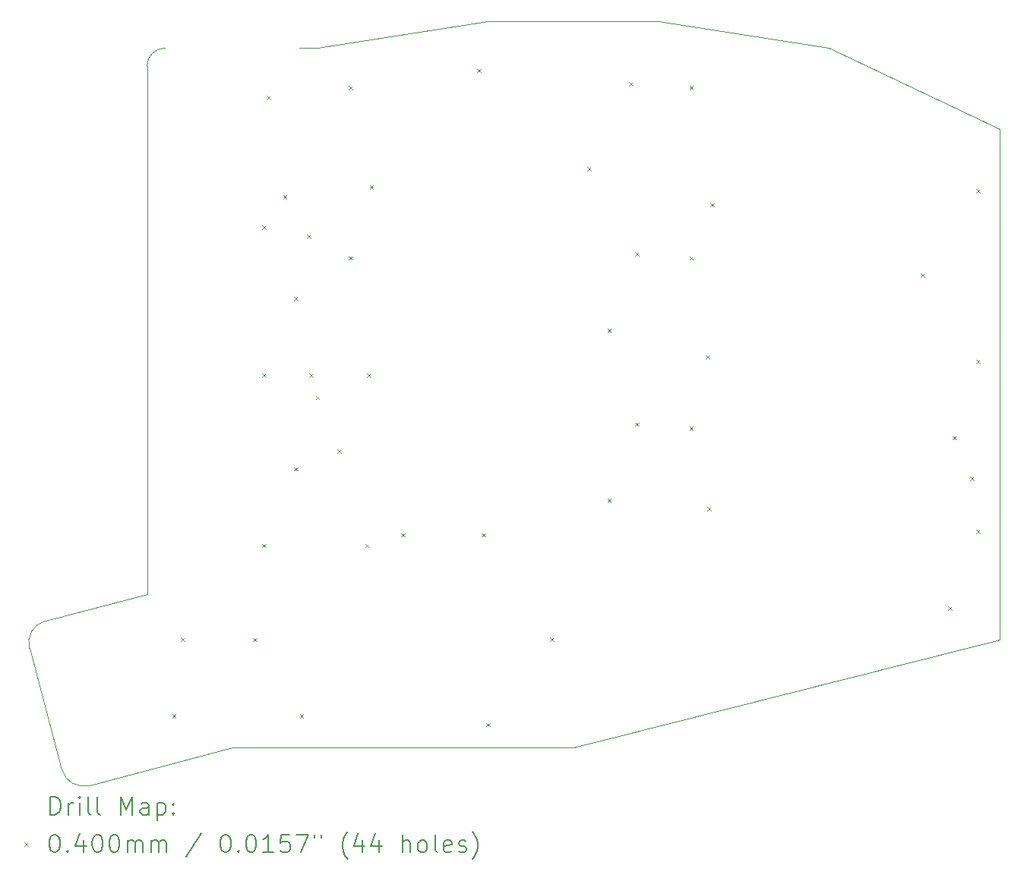
<source format=gbr>
%TF.GenerationSoftware,KiCad,Pcbnew,7.0.2-0*%
%TF.CreationDate,2023-05-24T14:40:14+08:00*%
%TF.ProjectId,Input,496e7075-742e-46b6-9963-61645f706362,1*%
%TF.SameCoordinates,PX717cbc0PY58b1140*%
%TF.FileFunction,Drillmap*%
%TF.FilePolarity,Positive*%
%FSLAX45Y45*%
G04 Gerber Fmt 4.5, Leading zero omitted, Abs format (unit mm)*
G04 Created by KiCad (PCBNEW 7.0.2-0) date 2023-05-24 14:40:14*
%MOMM*%
%LPD*%
G01*
G04 APERTURE LIST*
%ADD10C,0.100000*%
%ADD11C,0.200000*%
%ADD12C,0.040000*%
G04 APERTURE END LIST*
D10*
X2850000Y3350000D02*
X950000Y3050000D01*
X6650000Y3050000D02*
X4750000Y3350000D01*
X-949990Y2848001D02*
X-950000Y-3040000D01*
X950000Y3050000D02*
X750000Y3050000D01*
X3800000Y-4750000D02*
X8550000Y-3550000D01*
X-2262303Y-3647930D02*
X-1899956Y-5000226D01*
X8Y-4749951D02*
X3800000Y-4750000D01*
X8Y-4749951D02*
X-1593770Y-5177003D01*
X-750000Y3050000D02*
G75*
G03*
X-949990Y2848001I0J-200000D01*
G01*
X8550000Y2150000D02*
X6650000Y3050000D01*
X-2085526Y-3341743D02*
G75*
G03*
X-2262303Y-3647930I64705J-241482D01*
G01*
X4750000Y3350000D02*
X2850000Y3350000D01*
X8550000Y-3550000D02*
X8550000Y2150000D01*
X-950000Y-3040000D02*
X-2085526Y-3341744D01*
X-1899951Y-5000225D02*
G75*
G03*
X-1593770Y-5177003I241482J64705D01*
G01*
D11*
D12*
X-670000Y-4384060D02*
X-630000Y-4424060D01*
X-630000Y-4384060D02*
X-670000Y-4424060D01*
X-576313Y-3526000D02*
X-536313Y-3566000D01*
X-536313Y-3526000D02*
X-576313Y-3566000D01*
X230000Y-3530000D02*
X270000Y-3570000D01*
X270000Y-3530000D02*
X230000Y-3570000D01*
X330000Y1070000D02*
X370000Y1030000D01*
X370000Y1070000D02*
X330000Y1030000D01*
X330000Y-580000D02*
X370000Y-620000D01*
X370000Y-580000D02*
X330000Y-620000D01*
X330000Y-2480000D02*
X370000Y-2520000D01*
X370000Y-2480000D02*
X330000Y-2520000D01*
X381230Y2521230D02*
X421230Y2481230D01*
X421230Y2521230D02*
X381230Y2481230D01*
X564200Y1412000D02*
X604200Y1372000D01*
X604200Y1412000D02*
X564200Y1372000D01*
X688500Y274000D02*
X728500Y234000D01*
X728500Y274000D02*
X688500Y234000D01*
X688500Y-1626000D02*
X728500Y-1666000D01*
X728500Y-1626000D02*
X688500Y-1666000D01*
X752500Y-4380000D02*
X792500Y-4420000D01*
X792500Y-4380000D02*
X752500Y-4420000D01*
X830000Y970000D02*
X870000Y930000D01*
X870000Y970000D02*
X830000Y930000D01*
X857500Y-580000D02*
X897500Y-620000D01*
X897500Y-580000D02*
X857500Y-620000D01*
X930000Y-830000D02*
X970000Y-870000D01*
X970000Y-830000D02*
X930000Y-870000D01*
X1171500Y-1426000D02*
X1211500Y-1466000D01*
X1211500Y-1426000D02*
X1171500Y-1466000D01*
X1295800Y2628000D02*
X1335800Y2588000D01*
X1335800Y2628000D02*
X1295800Y2588000D01*
X1295800Y728000D02*
X1335800Y688000D01*
X1335800Y728000D02*
X1295800Y688000D01*
X1480000Y-2480000D02*
X1520000Y-2520000D01*
X1520000Y-2480000D02*
X1480000Y-2520000D01*
X1502500Y-580000D02*
X1542500Y-620000D01*
X1542500Y-580000D02*
X1502500Y-620000D01*
X1530000Y1520000D02*
X1570000Y1480000D01*
X1570000Y1520000D02*
X1530000Y1480000D01*
X1880000Y-2362500D02*
X1920000Y-2402500D01*
X1920000Y-2362500D02*
X1880000Y-2402500D01*
X2730000Y2820000D02*
X2770000Y2780000D01*
X2770000Y2820000D02*
X2730000Y2780000D01*
X2780000Y-2362500D02*
X2820000Y-2402500D01*
X2820000Y-2362500D02*
X2780000Y-2402500D01*
X2830000Y-4480000D02*
X2870000Y-4520000D01*
X2870000Y-4480000D02*
X2830000Y-4520000D01*
X3538500Y-3526000D02*
X3578500Y-3566000D01*
X3578500Y-3526000D02*
X3538500Y-3566000D01*
X3957500Y1720000D02*
X3997500Y1680000D01*
X3997500Y1720000D02*
X3957500Y1680000D01*
X4180000Y-80000D02*
X4220000Y-120000D01*
X4220000Y-80000D02*
X4180000Y-120000D01*
X4180000Y-1980000D02*
X4220000Y-2020000D01*
X4220000Y-1980000D02*
X4180000Y-2020000D01*
X4420500Y2670000D02*
X4460500Y2630000D01*
X4460500Y2670000D02*
X4420500Y2630000D01*
X4488500Y774000D02*
X4528500Y734000D01*
X4528500Y774000D02*
X4488500Y734000D01*
X4488500Y-1126000D02*
X4528500Y-1166000D01*
X4528500Y-1126000D02*
X4488500Y-1166000D01*
X5095800Y2628000D02*
X5135800Y2588000D01*
X5135800Y2628000D02*
X5095800Y2588000D01*
X5095800Y728000D02*
X5135800Y688000D01*
X5135800Y728000D02*
X5095800Y688000D01*
X5095800Y-1172000D02*
X5135800Y-1212000D01*
X5135800Y-1172000D02*
X5095800Y-1212000D01*
X5280000Y-380000D02*
X5320000Y-420000D01*
X5320000Y-380000D02*
X5280000Y-420000D01*
X5291250Y-2068750D02*
X5331250Y-2108750D01*
X5331250Y-2068750D02*
X5291250Y-2108750D01*
X5330000Y1320000D02*
X5370000Y1280000D01*
X5370000Y1320000D02*
X5330000Y1280000D01*
X7675000Y537500D02*
X7715000Y497500D01*
X7715000Y537500D02*
X7675000Y497500D01*
X7980000Y-3180000D02*
X8020000Y-3220000D01*
X8020000Y-3180000D02*
X7980000Y-3220000D01*
X8030000Y-1280000D02*
X8070000Y-1320000D01*
X8070000Y-1280000D02*
X8030000Y-1320000D01*
X8220500Y-1730000D02*
X8260500Y-1770000D01*
X8260500Y-1730000D02*
X8220500Y-1770000D01*
X8288500Y1474000D02*
X8328500Y1434000D01*
X8328500Y1474000D02*
X8288500Y1434000D01*
X8288500Y-426000D02*
X8328500Y-466000D01*
X8328500Y-426000D02*
X8288500Y-466000D01*
X8288500Y-2326000D02*
X8328500Y-2366000D01*
X8328500Y-2326000D02*
X8288500Y-2366000D01*
D11*
X-2028202Y-5503044D02*
X-2028202Y-5303044D01*
X-2028202Y-5303044D02*
X-1980583Y-5303044D01*
X-1980583Y-5303044D02*
X-1952012Y-5312568D01*
X-1952012Y-5312568D02*
X-1932964Y-5331615D01*
X-1932964Y-5331615D02*
X-1923441Y-5350663D01*
X-1923441Y-5350663D02*
X-1913917Y-5388758D01*
X-1913917Y-5388758D02*
X-1913917Y-5417330D01*
X-1913917Y-5417330D02*
X-1923441Y-5455425D01*
X-1923441Y-5455425D02*
X-1932964Y-5474473D01*
X-1932964Y-5474473D02*
X-1952012Y-5493520D01*
X-1952012Y-5493520D02*
X-1980583Y-5503044D01*
X-1980583Y-5503044D02*
X-2028202Y-5503044D01*
X-1828202Y-5503044D02*
X-1828202Y-5369711D01*
X-1828202Y-5407806D02*
X-1818679Y-5388758D01*
X-1818679Y-5388758D02*
X-1809155Y-5379234D01*
X-1809155Y-5379234D02*
X-1790107Y-5369711D01*
X-1790107Y-5369711D02*
X-1771060Y-5369711D01*
X-1704393Y-5503044D02*
X-1704393Y-5369711D01*
X-1704393Y-5303044D02*
X-1713917Y-5312568D01*
X-1713917Y-5312568D02*
X-1704393Y-5322092D01*
X-1704393Y-5322092D02*
X-1694869Y-5312568D01*
X-1694869Y-5312568D02*
X-1704393Y-5303044D01*
X-1704393Y-5303044D02*
X-1704393Y-5322092D01*
X-1580583Y-5503044D02*
X-1599631Y-5493520D01*
X-1599631Y-5493520D02*
X-1609155Y-5474473D01*
X-1609155Y-5474473D02*
X-1609155Y-5303044D01*
X-1475822Y-5503044D02*
X-1494869Y-5493520D01*
X-1494869Y-5493520D02*
X-1504393Y-5474473D01*
X-1504393Y-5474473D02*
X-1504393Y-5303044D01*
X-1247250Y-5503044D02*
X-1247250Y-5303044D01*
X-1247250Y-5303044D02*
X-1180583Y-5445901D01*
X-1180583Y-5445901D02*
X-1113917Y-5303044D01*
X-1113917Y-5303044D02*
X-1113917Y-5503044D01*
X-932964Y-5503044D02*
X-932964Y-5398282D01*
X-932964Y-5398282D02*
X-942488Y-5379234D01*
X-942488Y-5379234D02*
X-961536Y-5369711D01*
X-961536Y-5369711D02*
X-999631Y-5369711D01*
X-999631Y-5369711D02*
X-1018679Y-5379234D01*
X-932964Y-5493520D02*
X-952012Y-5503044D01*
X-952012Y-5503044D02*
X-999631Y-5503044D01*
X-999631Y-5503044D02*
X-1018679Y-5493520D01*
X-1018679Y-5493520D02*
X-1028202Y-5474473D01*
X-1028202Y-5474473D02*
X-1028202Y-5455425D01*
X-1028202Y-5455425D02*
X-1018679Y-5436377D01*
X-1018679Y-5436377D02*
X-999631Y-5426854D01*
X-999631Y-5426854D02*
X-952012Y-5426854D01*
X-952012Y-5426854D02*
X-932964Y-5417330D01*
X-837726Y-5369711D02*
X-837726Y-5569711D01*
X-837726Y-5379234D02*
X-818679Y-5369711D01*
X-818679Y-5369711D02*
X-780583Y-5369711D01*
X-780583Y-5369711D02*
X-761536Y-5379234D01*
X-761536Y-5379234D02*
X-752012Y-5388758D01*
X-752012Y-5388758D02*
X-742488Y-5407806D01*
X-742488Y-5407806D02*
X-742488Y-5464949D01*
X-742488Y-5464949D02*
X-752012Y-5483996D01*
X-752012Y-5483996D02*
X-761536Y-5493520D01*
X-761536Y-5493520D02*
X-780583Y-5503044D01*
X-780583Y-5503044D02*
X-818679Y-5503044D01*
X-818679Y-5503044D02*
X-837726Y-5493520D01*
X-656774Y-5483996D02*
X-647250Y-5493520D01*
X-647250Y-5493520D02*
X-656774Y-5503044D01*
X-656774Y-5503044D02*
X-666298Y-5493520D01*
X-666298Y-5493520D02*
X-656774Y-5483996D01*
X-656774Y-5483996D02*
X-656774Y-5503044D01*
X-656774Y-5379234D02*
X-647250Y-5388758D01*
X-647250Y-5388758D02*
X-656774Y-5398282D01*
X-656774Y-5398282D02*
X-666298Y-5388758D01*
X-666298Y-5388758D02*
X-656774Y-5379234D01*
X-656774Y-5379234D02*
X-656774Y-5398282D01*
D12*
X-2315822Y-5810520D02*
X-2275822Y-5850520D01*
X-2275822Y-5810520D02*
X-2315822Y-5850520D01*
D11*
X-1990107Y-5723044D02*
X-1971060Y-5723044D01*
X-1971060Y-5723044D02*
X-1952012Y-5732568D01*
X-1952012Y-5732568D02*
X-1942488Y-5742092D01*
X-1942488Y-5742092D02*
X-1932964Y-5761139D01*
X-1932964Y-5761139D02*
X-1923441Y-5799234D01*
X-1923441Y-5799234D02*
X-1923441Y-5846853D01*
X-1923441Y-5846853D02*
X-1932964Y-5884949D01*
X-1932964Y-5884949D02*
X-1942488Y-5903996D01*
X-1942488Y-5903996D02*
X-1952012Y-5913520D01*
X-1952012Y-5913520D02*
X-1971060Y-5923044D01*
X-1971060Y-5923044D02*
X-1990107Y-5923044D01*
X-1990107Y-5923044D02*
X-2009155Y-5913520D01*
X-2009155Y-5913520D02*
X-2018679Y-5903996D01*
X-2018679Y-5903996D02*
X-2028202Y-5884949D01*
X-2028202Y-5884949D02*
X-2037726Y-5846853D01*
X-2037726Y-5846853D02*
X-2037726Y-5799234D01*
X-2037726Y-5799234D02*
X-2028202Y-5761139D01*
X-2028202Y-5761139D02*
X-2018679Y-5742092D01*
X-2018679Y-5742092D02*
X-2009155Y-5732568D01*
X-2009155Y-5732568D02*
X-1990107Y-5723044D01*
X-1837726Y-5903996D02*
X-1828202Y-5913520D01*
X-1828202Y-5913520D02*
X-1837726Y-5923044D01*
X-1837726Y-5923044D02*
X-1847250Y-5913520D01*
X-1847250Y-5913520D02*
X-1837726Y-5903996D01*
X-1837726Y-5903996D02*
X-1837726Y-5923044D01*
X-1656774Y-5789711D02*
X-1656774Y-5923044D01*
X-1704393Y-5713520D02*
X-1752012Y-5856377D01*
X-1752012Y-5856377D02*
X-1628202Y-5856377D01*
X-1513917Y-5723044D02*
X-1494869Y-5723044D01*
X-1494869Y-5723044D02*
X-1475821Y-5732568D01*
X-1475821Y-5732568D02*
X-1466298Y-5742092D01*
X-1466298Y-5742092D02*
X-1456774Y-5761139D01*
X-1456774Y-5761139D02*
X-1447250Y-5799234D01*
X-1447250Y-5799234D02*
X-1447250Y-5846853D01*
X-1447250Y-5846853D02*
X-1456774Y-5884949D01*
X-1456774Y-5884949D02*
X-1466298Y-5903996D01*
X-1466298Y-5903996D02*
X-1475821Y-5913520D01*
X-1475821Y-5913520D02*
X-1494869Y-5923044D01*
X-1494869Y-5923044D02*
X-1513917Y-5923044D01*
X-1513917Y-5923044D02*
X-1532964Y-5913520D01*
X-1532964Y-5913520D02*
X-1542488Y-5903996D01*
X-1542488Y-5903996D02*
X-1552012Y-5884949D01*
X-1552012Y-5884949D02*
X-1561536Y-5846853D01*
X-1561536Y-5846853D02*
X-1561536Y-5799234D01*
X-1561536Y-5799234D02*
X-1552012Y-5761139D01*
X-1552012Y-5761139D02*
X-1542488Y-5742092D01*
X-1542488Y-5742092D02*
X-1532964Y-5732568D01*
X-1532964Y-5732568D02*
X-1513917Y-5723044D01*
X-1323441Y-5723044D02*
X-1304393Y-5723044D01*
X-1304393Y-5723044D02*
X-1285345Y-5732568D01*
X-1285345Y-5732568D02*
X-1275822Y-5742092D01*
X-1275822Y-5742092D02*
X-1266298Y-5761139D01*
X-1266298Y-5761139D02*
X-1256774Y-5799234D01*
X-1256774Y-5799234D02*
X-1256774Y-5846853D01*
X-1256774Y-5846853D02*
X-1266298Y-5884949D01*
X-1266298Y-5884949D02*
X-1275822Y-5903996D01*
X-1275822Y-5903996D02*
X-1285345Y-5913520D01*
X-1285345Y-5913520D02*
X-1304393Y-5923044D01*
X-1304393Y-5923044D02*
X-1323441Y-5923044D01*
X-1323441Y-5923044D02*
X-1342488Y-5913520D01*
X-1342488Y-5913520D02*
X-1352012Y-5903996D01*
X-1352012Y-5903996D02*
X-1361536Y-5884949D01*
X-1361536Y-5884949D02*
X-1371060Y-5846853D01*
X-1371060Y-5846853D02*
X-1371060Y-5799234D01*
X-1371060Y-5799234D02*
X-1361536Y-5761139D01*
X-1361536Y-5761139D02*
X-1352012Y-5742092D01*
X-1352012Y-5742092D02*
X-1342488Y-5732568D01*
X-1342488Y-5732568D02*
X-1323441Y-5723044D01*
X-1171060Y-5923044D02*
X-1171060Y-5789711D01*
X-1171060Y-5808758D02*
X-1161536Y-5799234D01*
X-1161536Y-5799234D02*
X-1142488Y-5789711D01*
X-1142488Y-5789711D02*
X-1113917Y-5789711D01*
X-1113917Y-5789711D02*
X-1094869Y-5799234D01*
X-1094869Y-5799234D02*
X-1085345Y-5818282D01*
X-1085345Y-5818282D02*
X-1085345Y-5923044D01*
X-1085345Y-5818282D02*
X-1075822Y-5799234D01*
X-1075822Y-5799234D02*
X-1056774Y-5789711D01*
X-1056774Y-5789711D02*
X-1028202Y-5789711D01*
X-1028202Y-5789711D02*
X-1009155Y-5799234D01*
X-1009155Y-5799234D02*
X-999631Y-5818282D01*
X-999631Y-5818282D02*
X-999631Y-5923044D01*
X-904393Y-5923044D02*
X-904393Y-5789711D01*
X-904393Y-5808758D02*
X-894869Y-5799234D01*
X-894869Y-5799234D02*
X-875821Y-5789711D01*
X-875821Y-5789711D02*
X-847250Y-5789711D01*
X-847250Y-5789711D02*
X-828202Y-5799234D01*
X-828202Y-5799234D02*
X-818679Y-5818282D01*
X-818679Y-5818282D02*
X-818679Y-5923044D01*
X-818679Y-5818282D02*
X-809155Y-5799234D01*
X-809155Y-5799234D02*
X-790107Y-5789711D01*
X-790107Y-5789711D02*
X-761536Y-5789711D01*
X-761536Y-5789711D02*
X-742488Y-5799234D01*
X-742488Y-5799234D02*
X-732964Y-5818282D01*
X-732964Y-5818282D02*
X-732964Y-5923044D01*
X-342488Y-5713520D02*
X-513917Y-5970663D01*
X-85345Y-5723044D02*
X-66298Y-5723044D01*
X-66298Y-5723044D02*
X-47250Y-5732568D01*
X-47250Y-5732568D02*
X-37726Y-5742092D01*
X-37726Y-5742092D02*
X-28202Y-5761139D01*
X-28202Y-5761139D02*
X-18679Y-5799234D01*
X-18679Y-5799234D02*
X-18679Y-5846853D01*
X-18679Y-5846853D02*
X-28202Y-5884949D01*
X-28202Y-5884949D02*
X-37726Y-5903996D01*
X-37726Y-5903996D02*
X-47250Y-5913520D01*
X-47250Y-5913520D02*
X-66298Y-5923044D01*
X-66298Y-5923044D02*
X-85345Y-5923044D01*
X-85345Y-5923044D02*
X-104393Y-5913520D01*
X-104393Y-5913520D02*
X-113917Y-5903996D01*
X-113917Y-5903996D02*
X-123440Y-5884949D01*
X-123440Y-5884949D02*
X-132964Y-5846853D01*
X-132964Y-5846853D02*
X-132964Y-5799234D01*
X-132964Y-5799234D02*
X-123440Y-5761139D01*
X-123440Y-5761139D02*
X-113917Y-5742092D01*
X-113917Y-5742092D02*
X-104393Y-5732568D01*
X-104393Y-5732568D02*
X-85345Y-5723044D01*
X67036Y-5903996D02*
X76560Y-5913520D01*
X76560Y-5913520D02*
X67036Y-5923044D01*
X67036Y-5923044D02*
X57512Y-5913520D01*
X57512Y-5913520D02*
X67036Y-5903996D01*
X67036Y-5903996D02*
X67036Y-5923044D01*
X200369Y-5723044D02*
X219417Y-5723044D01*
X219417Y-5723044D02*
X238464Y-5732568D01*
X238464Y-5732568D02*
X247988Y-5742092D01*
X247988Y-5742092D02*
X257512Y-5761139D01*
X257512Y-5761139D02*
X267036Y-5799234D01*
X267036Y-5799234D02*
X267036Y-5846853D01*
X267036Y-5846853D02*
X257512Y-5884949D01*
X257512Y-5884949D02*
X247988Y-5903996D01*
X247988Y-5903996D02*
X238464Y-5913520D01*
X238464Y-5913520D02*
X219417Y-5923044D01*
X219417Y-5923044D02*
X200369Y-5923044D01*
X200369Y-5923044D02*
X181321Y-5913520D01*
X181321Y-5913520D02*
X171798Y-5903996D01*
X171798Y-5903996D02*
X162274Y-5884949D01*
X162274Y-5884949D02*
X152750Y-5846853D01*
X152750Y-5846853D02*
X152750Y-5799234D01*
X152750Y-5799234D02*
X162274Y-5761139D01*
X162274Y-5761139D02*
X171798Y-5742092D01*
X171798Y-5742092D02*
X181321Y-5732568D01*
X181321Y-5732568D02*
X200369Y-5723044D01*
X457512Y-5923044D02*
X343226Y-5923044D01*
X400369Y-5923044D02*
X400369Y-5723044D01*
X400369Y-5723044D02*
X381321Y-5751615D01*
X381321Y-5751615D02*
X362274Y-5770663D01*
X362274Y-5770663D02*
X343226Y-5780187D01*
X638464Y-5723044D02*
X543226Y-5723044D01*
X543226Y-5723044D02*
X533703Y-5818282D01*
X533703Y-5818282D02*
X543226Y-5808758D01*
X543226Y-5808758D02*
X562274Y-5799234D01*
X562274Y-5799234D02*
X609893Y-5799234D01*
X609893Y-5799234D02*
X628941Y-5808758D01*
X628941Y-5808758D02*
X638464Y-5818282D01*
X638464Y-5818282D02*
X647988Y-5837330D01*
X647988Y-5837330D02*
X647988Y-5884949D01*
X647988Y-5884949D02*
X638464Y-5903996D01*
X638464Y-5903996D02*
X628941Y-5913520D01*
X628941Y-5913520D02*
X609893Y-5923044D01*
X609893Y-5923044D02*
X562274Y-5923044D01*
X562274Y-5923044D02*
X543226Y-5913520D01*
X543226Y-5913520D02*
X533703Y-5903996D01*
X714655Y-5723044D02*
X847988Y-5723044D01*
X847988Y-5723044D02*
X762274Y-5923044D01*
X914655Y-5723044D02*
X914655Y-5761139D01*
X990845Y-5723044D02*
X990845Y-5761139D01*
X1286084Y-5999234D02*
X1276560Y-5989711D01*
X1276560Y-5989711D02*
X1257512Y-5961139D01*
X1257512Y-5961139D02*
X1247988Y-5942092D01*
X1247988Y-5942092D02*
X1238465Y-5913520D01*
X1238465Y-5913520D02*
X1228941Y-5865901D01*
X1228941Y-5865901D02*
X1228941Y-5827806D01*
X1228941Y-5827806D02*
X1238465Y-5780187D01*
X1238465Y-5780187D02*
X1247988Y-5751615D01*
X1247988Y-5751615D02*
X1257512Y-5732568D01*
X1257512Y-5732568D02*
X1276560Y-5703996D01*
X1276560Y-5703996D02*
X1286084Y-5694472D01*
X1447988Y-5789711D02*
X1447988Y-5923044D01*
X1400369Y-5713520D02*
X1352750Y-5856377D01*
X1352750Y-5856377D02*
X1476560Y-5856377D01*
X1638464Y-5789711D02*
X1638464Y-5923044D01*
X1590845Y-5713520D02*
X1543226Y-5856377D01*
X1543226Y-5856377D02*
X1667036Y-5856377D01*
X1895607Y-5923044D02*
X1895607Y-5723044D01*
X1981322Y-5923044D02*
X1981322Y-5818282D01*
X1981322Y-5818282D02*
X1971798Y-5799234D01*
X1971798Y-5799234D02*
X1952750Y-5789711D01*
X1952750Y-5789711D02*
X1924179Y-5789711D01*
X1924179Y-5789711D02*
X1905131Y-5799234D01*
X1905131Y-5799234D02*
X1895607Y-5808758D01*
X2105131Y-5923044D02*
X2086084Y-5913520D01*
X2086084Y-5913520D02*
X2076560Y-5903996D01*
X2076560Y-5903996D02*
X2067036Y-5884949D01*
X2067036Y-5884949D02*
X2067036Y-5827806D01*
X2067036Y-5827806D02*
X2076560Y-5808758D01*
X2076560Y-5808758D02*
X2086084Y-5799234D01*
X2086084Y-5799234D02*
X2105131Y-5789711D01*
X2105131Y-5789711D02*
X2133703Y-5789711D01*
X2133703Y-5789711D02*
X2152750Y-5799234D01*
X2152750Y-5799234D02*
X2162274Y-5808758D01*
X2162274Y-5808758D02*
X2171798Y-5827806D01*
X2171798Y-5827806D02*
X2171798Y-5884949D01*
X2171798Y-5884949D02*
X2162274Y-5903996D01*
X2162274Y-5903996D02*
X2152750Y-5913520D01*
X2152750Y-5913520D02*
X2133703Y-5923044D01*
X2133703Y-5923044D02*
X2105131Y-5923044D01*
X2286084Y-5923044D02*
X2267036Y-5913520D01*
X2267036Y-5913520D02*
X2257512Y-5894472D01*
X2257512Y-5894472D02*
X2257512Y-5723044D01*
X2438465Y-5913520D02*
X2419417Y-5923044D01*
X2419417Y-5923044D02*
X2381322Y-5923044D01*
X2381322Y-5923044D02*
X2362274Y-5913520D01*
X2362274Y-5913520D02*
X2352750Y-5894472D01*
X2352750Y-5894472D02*
X2352750Y-5818282D01*
X2352750Y-5818282D02*
X2362274Y-5799234D01*
X2362274Y-5799234D02*
X2381322Y-5789711D01*
X2381322Y-5789711D02*
X2419417Y-5789711D01*
X2419417Y-5789711D02*
X2438465Y-5799234D01*
X2438465Y-5799234D02*
X2447988Y-5818282D01*
X2447988Y-5818282D02*
X2447988Y-5837330D01*
X2447988Y-5837330D02*
X2352750Y-5856377D01*
X2524179Y-5913520D02*
X2543227Y-5923044D01*
X2543227Y-5923044D02*
X2581322Y-5923044D01*
X2581322Y-5923044D02*
X2600369Y-5913520D01*
X2600369Y-5913520D02*
X2609893Y-5894472D01*
X2609893Y-5894472D02*
X2609893Y-5884949D01*
X2609893Y-5884949D02*
X2600369Y-5865901D01*
X2600369Y-5865901D02*
X2581322Y-5856377D01*
X2581322Y-5856377D02*
X2552750Y-5856377D01*
X2552750Y-5856377D02*
X2533703Y-5846853D01*
X2533703Y-5846853D02*
X2524179Y-5827806D01*
X2524179Y-5827806D02*
X2524179Y-5818282D01*
X2524179Y-5818282D02*
X2533703Y-5799234D01*
X2533703Y-5799234D02*
X2552750Y-5789711D01*
X2552750Y-5789711D02*
X2581322Y-5789711D01*
X2581322Y-5789711D02*
X2600369Y-5799234D01*
X2676560Y-5999234D02*
X2686084Y-5989711D01*
X2686084Y-5989711D02*
X2705131Y-5961139D01*
X2705131Y-5961139D02*
X2714655Y-5942092D01*
X2714655Y-5942092D02*
X2724179Y-5913520D01*
X2724179Y-5913520D02*
X2733703Y-5865901D01*
X2733703Y-5865901D02*
X2733703Y-5827806D01*
X2733703Y-5827806D02*
X2724179Y-5780187D01*
X2724179Y-5780187D02*
X2714655Y-5751615D01*
X2714655Y-5751615D02*
X2705131Y-5732568D01*
X2705131Y-5732568D02*
X2686084Y-5703996D01*
X2686084Y-5703996D02*
X2676560Y-5694472D01*
M02*

</source>
